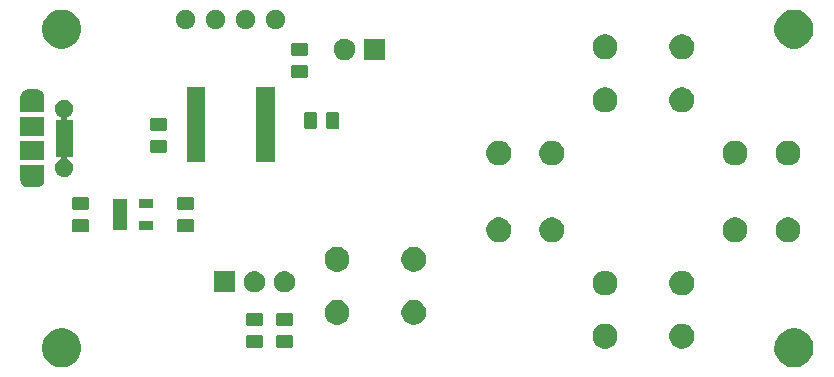
<source format=gbr>
G04 #@! TF.GenerationSoftware,KiCad,Pcbnew,(5.1.5)-3*
G04 #@! TF.CreationDate,2020-01-16T23:09:46-05:00*
G04 #@! TF.ProjectId,V-Naught_Display,562d4e61-7567-4687-945f-446973706c61,rev?*
G04 #@! TF.SameCoordinates,Original*
G04 #@! TF.FileFunction,Soldermask,Bot*
G04 #@! TF.FilePolarity,Negative*
%FSLAX46Y46*%
G04 Gerber Fmt 4.6, Leading zero omitted, Abs format (unit mm)*
G04 Created by KiCad (PCBNEW (5.1.5)-3) date 2020-01-16 23:09:46*
%MOMM*%
%LPD*%
G04 APERTURE LIST*
%ADD10C,0.100000*%
G04 APERTURE END LIST*
D10*
G36*
X161545256Y-79041298D02*
G01*
X161651579Y-79062447D01*
X161952042Y-79186903D01*
X162222451Y-79367585D01*
X162452415Y-79597549D01*
X162556629Y-79753516D01*
X162633098Y-79867960D01*
X162757553Y-80168422D01*
X162817933Y-80471968D01*
X162821000Y-80487391D01*
X162821000Y-80812609D01*
X162757553Y-81131579D01*
X162633097Y-81432042D01*
X162452415Y-81702451D01*
X162222451Y-81932415D01*
X161952042Y-82113097D01*
X161651579Y-82237553D01*
X161545256Y-82258702D01*
X161332611Y-82301000D01*
X161007389Y-82301000D01*
X160794744Y-82258702D01*
X160688421Y-82237553D01*
X160387958Y-82113097D01*
X160117549Y-81932415D01*
X159887585Y-81702451D01*
X159706903Y-81432042D01*
X159582447Y-81131579D01*
X159519000Y-80812609D01*
X159519000Y-80487391D01*
X159522068Y-80471968D01*
X159582447Y-80168422D01*
X159706902Y-79867960D01*
X159783371Y-79753516D01*
X159887585Y-79597549D01*
X160117549Y-79367585D01*
X160387958Y-79186903D01*
X160688421Y-79062447D01*
X160794744Y-79041298D01*
X161007389Y-78999000D01*
X161332611Y-78999000D01*
X161545256Y-79041298D01*
G37*
G36*
X99545256Y-79041298D02*
G01*
X99651579Y-79062447D01*
X99952042Y-79186903D01*
X100222451Y-79367585D01*
X100452415Y-79597549D01*
X100556629Y-79753516D01*
X100633098Y-79867960D01*
X100757553Y-80168422D01*
X100817933Y-80471968D01*
X100821000Y-80487391D01*
X100821000Y-80812609D01*
X100757553Y-81131579D01*
X100633097Y-81432042D01*
X100452415Y-81702451D01*
X100222451Y-81932415D01*
X99952042Y-82113097D01*
X99651579Y-82237553D01*
X99545256Y-82258702D01*
X99332611Y-82301000D01*
X99007389Y-82301000D01*
X98794744Y-82258702D01*
X98688421Y-82237553D01*
X98387958Y-82113097D01*
X98117549Y-81932415D01*
X97887585Y-81702451D01*
X97706903Y-81432042D01*
X97582447Y-81131579D01*
X97519000Y-80812609D01*
X97519000Y-80487391D01*
X97522068Y-80471968D01*
X97582447Y-80168422D01*
X97706902Y-79867960D01*
X97783371Y-79753516D01*
X97887585Y-79597549D01*
X98117549Y-79367585D01*
X98387958Y-79186903D01*
X98688421Y-79062447D01*
X98794744Y-79041298D01*
X99007389Y-78999000D01*
X99332611Y-78999000D01*
X99545256Y-79041298D01*
G37*
G36*
X145476564Y-78639389D02*
G01*
X145666645Y-78718123D01*
X145667835Y-78718616D01*
X145839973Y-78833635D01*
X145986365Y-78980027D01*
X146101385Y-79152167D01*
X146180611Y-79343436D01*
X146221000Y-79546484D01*
X146221000Y-79753516D01*
X146180611Y-79956564D01*
X146101385Y-80147833D01*
X146101384Y-80147835D01*
X145986365Y-80319973D01*
X145839973Y-80466365D01*
X145667835Y-80581384D01*
X145667834Y-80581385D01*
X145667833Y-80581385D01*
X145476564Y-80660611D01*
X145273516Y-80701000D01*
X145066484Y-80701000D01*
X144863436Y-80660611D01*
X144672167Y-80581385D01*
X144672166Y-80581385D01*
X144672165Y-80581384D01*
X144500027Y-80466365D01*
X144353635Y-80319973D01*
X144238616Y-80147835D01*
X144238615Y-80147833D01*
X144159389Y-79956564D01*
X144119000Y-79753516D01*
X144119000Y-79546484D01*
X144159389Y-79343436D01*
X144238615Y-79152167D01*
X144353635Y-78980027D01*
X144500027Y-78833635D01*
X144672165Y-78718616D01*
X144673355Y-78718123D01*
X144863436Y-78639389D01*
X145066484Y-78599000D01*
X145273516Y-78599000D01*
X145476564Y-78639389D01*
G37*
G36*
X151976564Y-78639389D02*
G01*
X152166645Y-78718123D01*
X152167835Y-78718616D01*
X152339973Y-78833635D01*
X152486365Y-78980027D01*
X152601385Y-79152167D01*
X152680611Y-79343436D01*
X152721000Y-79546484D01*
X152721000Y-79753516D01*
X152680611Y-79956564D01*
X152601385Y-80147833D01*
X152601384Y-80147835D01*
X152486365Y-80319973D01*
X152339973Y-80466365D01*
X152167835Y-80581384D01*
X152167834Y-80581385D01*
X152167833Y-80581385D01*
X151976564Y-80660611D01*
X151773516Y-80701000D01*
X151566484Y-80701000D01*
X151363436Y-80660611D01*
X151172167Y-80581385D01*
X151172166Y-80581385D01*
X151172165Y-80581384D01*
X151000027Y-80466365D01*
X150853635Y-80319973D01*
X150738616Y-80147835D01*
X150738615Y-80147833D01*
X150659389Y-79956564D01*
X150619000Y-79753516D01*
X150619000Y-79546484D01*
X150659389Y-79343436D01*
X150738615Y-79152167D01*
X150853635Y-78980027D01*
X151000027Y-78833635D01*
X151172165Y-78718616D01*
X151173355Y-78718123D01*
X151363436Y-78639389D01*
X151566484Y-78599000D01*
X151773516Y-78599000D01*
X151976564Y-78639389D01*
G37*
G36*
X116074468Y-79566065D02*
G01*
X116113138Y-79577796D01*
X116148777Y-79596846D01*
X116180017Y-79622483D01*
X116205654Y-79653723D01*
X116224704Y-79689362D01*
X116236435Y-79728032D01*
X116241000Y-79774388D01*
X116241000Y-80425612D01*
X116236435Y-80471968D01*
X116224704Y-80510638D01*
X116205654Y-80546277D01*
X116180017Y-80577517D01*
X116148777Y-80603154D01*
X116113138Y-80622204D01*
X116074468Y-80633935D01*
X116028112Y-80638500D01*
X114951888Y-80638500D01*
X114905532Y-80633935D01*
X114866862Y-80622204D01*
X114831223Y-80603154D01*
X114799983Y-80577517D01*
X114774346Y-80546277D01*
X114755296Y-80510638D01*
X114743565Y-80471968D01*
X114739000Y-80425612D01*
X114739000Y-79774388D01*
X114743565Y-79728032D01*
X114755296Y-79689362D01*
X114774346Y-79653723D01*
X114799983Y-79622483D01*
X114831223Y-79596846D01*
X114866862Y-79577796D01*
X114905532Y-79566065D01*
X114951888Y-79561500D01*
X116028112Y-79561500D01*
X116074468Y-79566065D01*
G37*
G36*
X118614468Y-79566065D02*
G01*
X118653138Y-79577796D01*
X118688777Y-79596846D01*
X118720017Y-79622483D01*
X118745654Y-79653723D01*
X118764704Y-79689362D01*
X118776435Y-79728032D01*
X118781000Y-79774388D01*
X118781000Y-80425612D01*
X118776435Y-80471968D01*
X118764704Y-80510638D01*
X118745654Y-80546277D01*
X118720017Y-80577517D01*
X118688777Y-80603154D01*
X118653138Y-80622204D01*
X118614468Y-80633935D01*
X118568112Y-80638500D01*
X117491888Y-80638500D01*
X117445532Y-80633935D01*
X117406862Y-80622204D01*
X117371223Y-80603154D01*
X117339983Y-80577517D01*
X117314346Y-80546277D01*
X117295296Y-80510638D01*
X117283565Y-80471968D01*
X117279000Y-80425612D01*
X117279000Y-79774388D01*
X117283565Y-79728032D01*
X117295296Y-79689362D01*
X117314346Y-79653723D01*
X117339983Y-79622483D01*
X117371223Y-79596846D01*
X117406862Y-79577796D01*
X117445532Y-79566065D01*
X117491888Y-79561500D01*
X118568112Y-79561500D01*
X118614468Y-79566065D01*
G37*
G36*
X116074468Y-77691065D02*
G01*
X116113138Y-77702796D01*
X116148777Y-77721846D01*
X116180017Y-77747483D01*
X116205654Y-77778723D01*
X116224704Y-77814362D01*
X116236435Y-77853032D01*
X116241000Y-77899388D01*
X116241000Y-78550612D01*
X116236435Y-78596968D01*
X116224704Y-78635638D01*
X116205654Y-78671277D01*
X116180017Y-78702517D01*
X116148777Y-78728154D01*
X116113138Y-78747204D01*
X116074468Y-78758935D01*
X116028112Y-78763500D01*
X114951888Y-78763500D01*
X114905532Y-78758935D01*
X114866862Y-78747204D01*
X114831223Y-78728154D01*
X114799983Y-78702517D01*
X114774346Y-78671277D01*
X114755296Y-78635638D01*
X114743565Y-78596968D01*
X114739000Y-78550612D01*
X114739000Y-77899388D01*
X114743565Y-77853032D01*
X114755296Y-77814362D01*
X114774346Y-77778723D01*
X114799983Y-77747483D01*
X114831223Y-77721846D01*
X114866862Y-77702796D01*
X114905532Y-77691065D01*
X114951888Y-77686500D01*
X116028112Y-77686500D01*
X116074468Y-77691065D01*
G37*
G36*
X118614468Y-77691065D02*
G01*
X118653138Y-77702796D01*
X118688777Y-77721846D01*
X118720017Y-77747483D01*
X118745654Y-77778723D01*
X118764704Y-77814362D01*
X118776435Y-77853032D01*
X118781000Y-77899388D01*
X118781000Y-78550612D01*
X118776435Y-78596968D01*
X118764704Y-78635638D01*
X118745654Y-78671277D01*
X118720017Y-78702517D01*
X118688777Y-78728154D01*
X118653138Y-78747204D01*
X118614468Y-78758935D01*
X118568112Y-78763500D01*
X117491888Y-78763500D01*
X117445532Y-78758935D01*
X117406862Y-78747204D01*
X117371223Y-78728154D01*
X117339983Y-78702517D01*
X117314346Y-78671277D01*
X117295296Y-78635638D01*
X117283565Y-78596968D01*
X117279000Y-78550612D01*
X117279000Y-77899388D01*
X117283565Y-77853032D01*
X117295296Y-77814362D01*
X117314346Y-77778723D01*
X117339983Y-77747483D01*
X117371223Y-77721846D01*
X117406862Y-77702796D01*
X117445532Y-77691065D01*
X117491888Y-77686500D01*
X118568112Y-77686500D01*
X118614468Y-77691065D01*
G37*
G36*
X122781564Y-76634389D02*
G01*
X122972833Y-76713615D01*
X122972835Y-76713616D01*
X123144973Y-76828635D01*
X123291365Y-76975027D01*
X123406385Y-77147167D01*
X123485611Y-77338436D01*
X123526000Y-77541484D01*
X123526000Y-77748516D01*
X123485611Y-77951564D01*
X123483877Y-77955750D01*
X123406384Y-78142835D01*
X123291365Y-78314973D01*
X123144973Y-78461365D01*
X122972835Y-78576384D01*
X122972834Y-78576385D01*
X122972833Y-78576385D01*
X122781564Y-78655611D01*
X122578516Y-78696000D01*
X122371484Y-78696000D01*
X122168436Y-78655611D01*
X121977167Y-78576385D01*
X121977166Y-78576385D01*
X121977165Y-78576384D01*
X121805027Y-78461365D01*
X121658635Y-78314973D01*
X121543616Y-78142835D01*
X121466123Y-77955750D01*
X121464389Y-77951564D01*
X121424000Y-77748516D01*
X121424000Y-77541484D01*
X121464389Y-77338436D01*
X121543615Y-77147167D01*
X121658635Y-76975027D01*
X121805027Y-76828635D01*
X121977165Y-76713616D01*
X121977167Y-76713615D01*
X122168436Y-76634389D01*
X122371484Y-76594000D01*
X122578516Y-76594000D01*
X122781564Y-76634389D01*
G37*
G36*
X129281564Y-76634389D02*
G01*
X129472833Y-76713615D01*
X129472835Y-76713616D01*
X129644973Y-76828635D01*
X129791365Y-76975027D01*
X129906385Y-77147167D01*
X129985611Y-77338436D01*
X130026000Y-77541484D01*
X130026000Y-77748516D01*
X129985611Y-77951564D01*
X129983877Y-77955750D01*
X129906384Y-78142835D01*
X129791365Y-78314973D01*
X129644973Y-78461365D01*
X129472835Y-78576384D01*
X129472834Y-78576385D01*
X129472833Y-78576385D01*
X129281564Y-78655611D01*
X129078516Y-78696000D01*
X128871484Y-78696000D01*
X128668436Y-78655611D01*
X128477167Y-78576385D01*
X128477166Y-78576385D01*
X128477165Y-78576384D01*
X128305027Y-78461365D01*
X128158635Y-78314973D01*
X128043616Y-78142835D01*
X127966123Y-77955750D01*
X127964389Y-77951564D01*
X127924000Y-77748516D01*
X127924000Y-77541484D01*
X127964389Y-77338436D01*
X128043615Y-77147167D01*
X128158635Y-76975027D01*
X128305027Y-76828635D01*
X128477165Y-76713616D01*
X128477167Y-76713615D01*
X128668436Y-76634389D01*
X128871484Y-76594000D01*
X129078516Y-76594000D01*
X129281564Y-76634389D01*
G37*
G36*
X151976564Y-74139389D02*
G01*
X152083359Y-74183625D01*
X152167835Y-74218616D01*
X152217115Y-74251544D01*
X152339973Y-74333635D01*
X152486365Y-74480027D01*
X152601385Y-74652167D01*
X152680611Y-74843436D01*
X152721000Y-75046484D01*
X152721000Y-75253516D01*
X152680611Y-75456564D01*
X152611110Y-75624354D01*
X152601384Y-75647835D01*
X152486365Y-75819973D01*
X152339973Y-75966365D01*
X152167835Y-76081384D01*
X152167834Y-76081385D01*
X152167833Y-76081385D01*
X151976564Y-76160611D01*
X151773516Y-76201000D01*
X151566484Y-76201000D01*
X151363436Y-76160611D01*
X151172167Y-76081385D01*
X151172166Y-76081385D01*
X151172165Y-76081384D01*
X151000027Y-75966365D01*
X150853635Y-75819973D01*
X150738616Y-75647835D01*
X150728890Y-75624354D01*
X150659389Y-75456564D01*
X150619000Y-75253516D01*
X150619000Y-75046484D01*
X150659389Y-74843436D01*
X150738615Y-74652167D01*
X150853635Y-74480027D01*
X151000027Y-74333635D01*
X151122885Y-74251544D01*
X151172165Y-74218616D01*
X151256641Y-74183625D01*
X151363436Y-74139389D01*
X151566484Y-74099000D01*
X151773516Y-74099000D01*
X151976564Y-74139389D01*
G37*
G36*
X145476564Y-74139389D02*
G01*
X145583359Y-74183625D01*
X145667835Y-74218616D01*
X145717115Y-74251544D01*
X145839973Y-74333635D01*
X145986365Y-74480027D01*
X146101385Y-74652167D01*
X146180611Y-74843436D01*
X146221000Y-75046484D01*
X146221000Y-75253516D01*
X146180611Y-75456564D01*
X146111110Y-75624354D01*
X146101384Y-75647835D01*
X145986365Y-75819973D01*
X145839973Y-75966365D01*
X145667835Y-76081384D01*
X145667834Y-76081385D01*
X145667833Y-76081385D01*
X145476564Y-76160611D01*
X145273516Y-76201000D01*
X145066484Y-76201000D01*
X144863436Y-76160611D01*
X144672167Y-76081385D01*
X144672166Y-76081385D01*
X144672165Y-76081384D01*
X144500027Y-75966365D01*
X144353635Y-75819973D01*
X144238616Y-75647835D01*
X144228890Y-75624354D01*
X144159389Y-75456564D01*
X144119000Y-75253516D01*
X144119000Y-75046484D01*
X144159389Y-74843436D01*
X144238615Y-74652167D01*
X144353635Y-74480027D01*
X144500027Y-74333635D01*
X144622885Y-74251544D01*
X144672165Y-74218616D01*
X144756641Y-74183625D01*
X144863436Y-74139389D01*
X145066484Y-74099000D01*
X145273516Y-74099000D01*
X145476564Y-74139389D01*
G37*
G36*
X115603512Y-74153927D02*
G01*
X115752812Y-74183624D01*
X115916784Y-74251544D01*
X116064354Y-74350147D01*
X116189853Y-74475646D01*
X116288456Y-74623216D01*
X116356376Y-74787188D01*
X116391000Y-74961259D01*
X116391000Y-75138741D01*
X116356376Y-75312812D01*
X116288456Y-75476784D01*
X116189853Y-75624354D01*
X116064354Y-75749853D01*
X115916784Y-75848456D01*
X115752812Y-75916376D01*
X115603512Y-75946073D01*
X115578742Y-75951000D01*
X115401258Y-75951000D01*
X115376488Y-75946073D01*
X115227188Y-75916376D01*
X115063216Y-75848456D01*
X114915646Y-75749853D01*
X114790147Y-75624354D01*
X114691544Y-75476784D01*
X114623624Y-75312812D01*
X114589000Y-75138741D01*
X114589000Y-74961259D01*
X114623624Y-74787188D01*
X114691544Y-74623216D01*
X114790147Y-74475646D01*
X114915646Y-74350147D01*
X115063216Y-74251544D01*
X115227188Y-74183624D01*
X115376488Y-74153927D01*
X115401258Y-74149000D01*
X115578742Y-74149000D01*
X115603512Y-74153927D01*
G37*
G36*
X113851000Y-75951000D02*
G01*
X112049000Y-75951000D01*
X112049000Y-74149000D01*
X113851000Y-74149000D01*
X113851000Y-75951000D01*
G37*
G36*
X118143512Y-74153927D02*
G01*
X118292812Y-74183624D01*
X118456784Y-74251544D01*
X118604354Y-74350147D01*
X118729853Y-74475646D01*
X118828456Y-74623216D01*
X118896376Y-74787188D01*
X118931000Y-74961259D01*
X118931000Y-75138741D01*
X118896376Y-75312812D01*
X118828456Y-75476784D01*
X118729853Y-75624354D01*
X118604354Y-75749853D01*
X118456784Y-75848456D01*
X118292812Y-75916376D01*
X118143512Y-75946073D01*
X118118742Y-75951000D01*
X117941258Y-75951000D01*
X117916488Y-75946073D01*
X117767188Y-75916376D01*
X117603216Y-75848456D01*
X117455646Y-75749853D01*
X117330147Y-75624354D01*
X117231544Y-75476784D01*
X117163624Y-75312812D01*
X117129000Y-75138741D01*
X117129000Y-74961259D01*
X117163624Y-74787188D01*
X117231544Y-74623216D01*
X117330147Y-74475646D01*
X117455646Y-74350147D01*
X117603216Y-74251544D01*
X117767188Y-74183624D01*
X117916488Y-74153927D01*
X117941258Y-74149000D01*
X118118742Y-74149000D01*
X118143512Y-74153927D01*
G37*
G36*
X129281564Y-72134389D02*
G01*
X129472833Y-72213615D01*
X129472835Y-72213616D01*
X129644973Y-72328635D01*
X129791365Y-72475027D01*
X129906385Y-72647167D01*
X129985611Y-72838436D01*
X130026000Y-73041484D01*
X130026000Y-73248516D01*
X129985611Y-73451564D01*
X129906385Y-73642833D01*
X129906384Y-73642835D01*
X129791365Y-73814973D01*
X129644973Y-73961365D01*
X129472835Y-74076384D01*
X129472834Y-74076385D01*
X129472833Y-74076385D01*
X129281564Y-74155611D01*
X129078516Y-74196000D01*
X128871484Y-74196000D01*
X128668436Y-74155611D01*
X128477167Y-74076385D01*
X128477166Y-74076385D01*
X128477165Y-74076384D01*
X128305027Y-73961365D01*
X128158635Y-73814973D01*
X128043616Y-73642835D01*
X128043615Y-73642833D01*
X127964389Y-73451564D01*
X127924000Y-73248516D01*
X127924000Y-73041484D01*
X127964389Y-72838436D01*
X128043615Y-72647167D01*
X128158635Y-72475027D01*
X128305027Y-72328635D01*
X128477165Y-72213616D01*
X128477167Y-72213615D01*
X128668436Y-72134389D01*
X128871484Y-72094000D01*
X129078516Y-72094000D01*
X129281564Y-72134389D01*
G37*
G36*
X122781564Y-72134389D02*
G01*
X122972833Y-72213615D01*
X122972835Y-72213616D01*
X123144973Y-72328635D01*
X123291365Y-72475027D01*
X123406385Y-72647167D01*
X123485611Y-72838436D01*
X123526000Y-73041484D01*
X123526000Y-73248516D01*
X123485611Y-73451564D01*
X123406385Y-73642833D01*
X123406384Y-73642835D01*
X123291365Y-73814973D01*
X123144973Y-73961365D01*
X122972835Y-74076384D01*
X122972834Y-74076385D01*
X122972833Y-74076385D01*
X122781564Y-74155611D01*
X122578516Y-74196000D01*
X122371484Y-74196000D01*
X122168436Y-74155611D01*
X121977167Y-74076385D01*
X121977166Y-74076385D01*
X121977165Y-74076384D01*
X121805027Y-73961365D01*
X121658635Y-73814973D01*
X121543616Y-73642835D01*
X121543615Y-73642833D01*
X121464389Y-73451564D01*
X121424000Y-73248516D01*
X121424000Y-73041484D01*
X121464389Y-72838436D01*
X121543615Y-72647167D01*
X121658635Y-72475027D01*
X121805027Y-72328635D01*
X121977165Y-72213616D01*
X121977167Y-72213615D01*
X122168436Y-72134389D01*
X122371484Y-72094000D01*
X122578516Y-72094000D01*
X122781564Y-72134389D01*
G37*
G36*
X140976564Y-69639389D02*
G01*
X141167833Y-69718615D01*
X141167835Y-69718616D01*
X141258947Y-69779495D01*
X141339973Y-69833635D01*
X141486365Y-69980027D01*
X141601385Y-70152167D01*
X141680611Y-70343436D01*
X141721000Y-70546484D01*
X141721000Y-70753516D01*
X141680611Y-70956564D01*
X141601385Y-71147833D01*
X141601384Y-71147835D01*
X141486365Y-71319973D01*
X141339973Y-71466365D01*
X141167835Y-71581384D01*
X141167834Y-71581385D01*
X141167833Y-71581385D01*
X140976564Y-71660611D01*
X140773516Y-71701000D01*
X140566484Y-71701000D01*
X140363436Y-71660611D01*
X140172167Y-71581385D01*
X140172166Y-71581385D01*
X140172165Y-71581384D01*
X140000027Y-71466365D01*
X139853635Y-71319973D01*
X139738616Y-71147835D01*
X139738615Y-71147833D01*
X139659389Y-70956564D01*
X139619000Y-70753516D01*
X139619000Y-70546484D01*
X139659389Y-70343436D01*
X139738615Y-70152167D01*
X139853635Y-69980027D01*
X140000027Y-69833635D01*
X140081053Y-69779495D01*
X140172165Y-69718616D01*
X140172167Y-69718615D01*
X140363436Y-69639389D01*
X140566484Y-69599000D01*
X140773516Y-69599000D01*
X140976564Y-69639389D01*
G37*
G36*
X156476564Y-69639389D02*
G01*
X156667833Y-69718615D01*
X156667835Y-69718616D01*
X156758947Y-69779495D01*
X156839973Y-69833635D01*
X156986365Y-69980027D01*
X157101385Y-70152167D01*
X157180611Y-70343436D01*
X157221000Y-70546484D01*
X157221000Y-70753516D01*
X157180611Y-70956564D01*
X157101385Y-71147833D01*
X157101384Y-71147835D01*
X156986365Y-71319973D01*
X156839973Y-71466365D01*
X156667835Y-71581384D01*
X156667834Y-71581385D01*
X156667833Y-71581385D01*
X156476564Y-71660611D01*
X156273516Y-71701000D01*
X156066484Y-71701000D01*
X155863436Y-71660611D01*
X155672167Y-71581385D01*
X155672166Y-71581385D01*
X155672165Y-71581384D01*
X155500027Y-71466365D01*
X155353635Y-71319973D01*
X155238616Y-71147835D01*
X155238615Y-71147833D01*
X155159389Y-70956564D01*
X155119000Y-70753516D01*
X155119000Y-70546484D01*
X155159389Y-70343436D01*
X155238615Y-70152167D01*
X155353635Y-69980027D01*
X155500027Y-69833635D01*
X155581053Y-69779495D01*
X155672165Y-69718616D01*
X155672167Y-69718615D01*
X155863436Y-69639389D01*
X156066484Y-69599000D01*
X156273516Y-69599000D01*
X156476564Y-69639389D01*
G37*
G36*
X160976564Y-69639389D02*
G01*
X161167833Y-69718615D01*
X161167835Y-69718616D01*
X161258947Y-69779495D01*
X161339973Y-69833635D01*
X161486365Y-69980027D01*
X161601385Y-70152167D01*
X161680611Y-70343436D01*
X161721000Y-70546484D01*
X161721000Y-70753516D01*
X161680611Y-70956564D01*
X161601385Y-71147833D01*
X161601384Y-71147835D01*
X161486365Y-71319973D01*
X161339973Y-71466365D01*
X161167835Y-71581384D01*
X161167834Y-71581385D01*
X161167833Y-71581385D01*
X160976564Y-71660611D01*
X160773516Y-71701000D01*
X160566484Y-71701000D01*
X160363436Y-71660611D01*
X160172167Y-71581385D01*
X160172166Y-71581385D01*
X160172165Y-71581384D01*
X160000027Y-71466365D01*
X159853635Y-71319973D01*
X159738616Y-71147835D01*
X159738615Y-71147833D01*
X159659389Y-70956564D01*
X159619000Y-70753516D01*
X159619000Y-70546484D01*
X159659389Y-70343436D01*
X159738615Y-70152167D01*
X159853635Y-69980027D01*
X160000027Y-69833635D01*
X160081053Y-69779495D01*
X160172165Y-69718616D01*
X160172167Y-69718615D01*
X160363436Y-69639389D01*
X160566484Y-69599000D01*
X160773516Y-69599000D01*
X160976564Y-69639389D01*
G37*
G36*
X136476564Y-69639389D02*
G01*
X136667833Y-69718615D01*
X136667835Y-69718616D01*
X136758947Y-69779495D01*
X136839973Y-69833635D01*
X136986365Y-69980027D01*
X137101385Y-70152167D01*
X137180611Y-70343436D01*
X137221000Y-70546484D01*
X137221000Y-70753516D01*
X137180611Y-70956564D01*
X137101385Y-71147833D01*
X137101384Y-71147835D01*
X136986365Y-71319973D01*
X136839973Y-71466365D01*
X136667835Y-71581384D01*
X136667834Y-71581385D01*
X136667833Y-71581385D01*
X136476564Y-71660611D01*
X136273516Y-71701000D01*
X136066484Y-71701000D01*
X135863436Y-71660611D01*
X135672167Y-71581385D01*
X135672166Y-71581385D01*
X135672165Y-71581384D01*
X135500027Y-71466365D01*
X135353635Y-71319973D01*
X135238616Y-71147835D01*
X135238615Y-71147833D01*
X135159389Y-70956564D01*
X135119000Y-70753516D01*
X135119000Y-70546484D01*
X135159389Y-70343436D01*
X135238615Y-70152167D01*
X135353635Y-69980027D01*
X135500027Y-69833635D01*
X135581053Y-69779495D01*
X135672165Y-69718616D01*
X135672167Y-69718615D01*
X135863436Y-69639389D01*
X136066484Y-69599000D01*
X136273516Y-69599000D01*
X136476564Y-69639389D01*
G37*
G36*
X110244468Y-69763565D02*
G01*
X110283138Y-69775296D01*
X110318777Y-69794346D01*
X110350017Y-69819983D01*
X110375654Y-69851223D01*
X110394704Y-69886862D01*
X110406435Y-69925532D01*
X110411000Y-69971888D01*
X110411000Y-70623112D01*
X110406435Y-70669468D01*
X110394704Y-70708138D01*
X110375654Y-70743777D01*
X110350017Y-70775017D01*
X110318777Y-70800654D01*
X110283138Y-70819704D01*
X110244468Y-70831435D01*
X110198112Y-70836000D01*
X109121888Y-70836000D01*
X109075532Y-70831435D01*
X109036862Y-70819704D01*
X109001223Y-70800654D01*
X108969983Y-70775017D01*
X108944346Y-70743777D01*
X108925296Y-70708138D01*
X108913565Y-70669468D01*
X108909000Y-70623112D01*
X108909000Y-69971888D01*
X108913565Y-69925532D01*
X108925296Y-69886862D01*
X108944346Y-69851223D01*
X108969983Y-69819983D01*
X109001223Y-69794346D01*
X109036862Y-69775296D01*
X109075532Y-69763565D01*
X109121888Y-69759000D01*
X110198112Y-69759000D01*
X110244468Y-69763565D01*
G37*
G36*
X101354468Y-69763565D02*
G01*
X101393138Y-69775296D01*
X101428777Y-69794346D01*
X101460017Y-69819983D01*
X101485654Y-69851223D01*
X101504704Y-69886862D01*
X101516435Y-69925532D01*
X101521000Y-69971888D01*
X101521000Y-70623112D01*
X101516435Y-70669468D01*
X101504704Y-70708138D01*
X101485654Y-70743777D01*
X101460017Y-70775017D01*
X101428777Y-70800654D01*
X101393138Y-70819704D01*
X101354468Y-70831435D01*
X101308112Y-70836000D01*
X100231888Y-70836000D01*
X100185532Y-70831435D01*
X100146862Y-70819704D01*
X100111223Y-70800654D01*
X100079983Y-70775017D01*
X100054346Y-70743777D01*
X100035296Y-70708138D01*
X100023565Y-70669468D01*
X100019000Y-70623112D01*
X100019000Y-69971888D01*
X100023565Y-69925532D01*
X100035296Y-69886862D01*
X100054346Y-69851223D01*
X100079983Y-69819983D01*
X100111223Y-69794346D01*
X100146862Y-69775296D01*
X100185532Y-69763565D01*
X100231888Y-69759000D01*
X101308112Y-69759000D01*
X101354468Y-69763565D01*
G37*
G36*
X106896000Y-70686000D02*
G01*
X105734000Y-70686000D01*
X105734000Y-69934000D01*
X106896000Y-69934000D01*
X106896000Y-70686000D01*
G37*
G36*
X104696000Y-70686000D02*
G01*
X103534000Y-70686000D01*
X103534000Y-68034000D01*
X104696000Y-68034000D01*
X104696000Y-70686000D01*
G37*
G36*
X110244468Y-67888565D02*
G01*
X110283138Y-67900296D01*
X110318777Y-67919346D01*
X110350017Y-67944983D01*
X110375654Y-67976223D01*
X110394704Y-68011862D01*
X110406435Y-68050532D01*
X110411000Y-68096888D01*
X110411000Y-68748112D01*
X110406435Y-68794468D01*
X110394704Y-68833138D01*
X110375654Y-68868777D01*
X110350017Y-68900017D01*
X110318777Y-68925654D01*
X110283138Y-68944704D01*
X110244468Y-68956435D01*
X110198112Y-68961000D01*
X109121888Y-68961000D01*
X109075532Y-68956435D01*
X109036862Y-68944704D01*
X109001223Y-68925654D01*
X108969983Y-68900017D01*
X108944346Y-68868777D01*
X108925296Y-68833138D01*
X108913565Y-68794468D01*
X108909000Y-68748112D01*
X108909000Y-68096888D01*
X108913565Y-68050532D01*
X108925296Y-68011862D01*
X108944346Y-67976223D01*
X108969983Y-67944983D01*
X109001223Y-67919346D01*
X109036862Y-67900296D01*
X109075532Y-67888565D01*
X109121888Y-67884000D01*
X110198112Y-67884000D01*
X110244468Y-67888565D01*
G37*
G36*
X101354468Y-67888565D02*
G01*
X101393138Y-67900296D01*
X101428777Y-67919346D01*
X101460017Y-67944983D01*
X101485654Y-67976223D01*
X101504704Y-68011862D01*
X101516435Y-68050532D01*
X101521000Y-68096888D01*
X101521000Y-68748112D01*
X101516435Y-68794468D01*
X101504704Y-68833138D01*
X101485654Y-68868777D01*
X101460017Y-68900017D01*
X101428777Y-68925654D01*
X101393138Y-68944704D01*
X101354468Y-68956435D01*
X101308112Y-68961000D01*
X100231888Y-68961000D01*
X100185532Y-68956435D01*
X100146862Y-68944704D01*
X100111223Y-68925654D01*
X100079983Y-68900017D01*
X100054346Y-68868777D01*
X100035296Y-68833138D01*
X100023565Y-68794468D01*
X100019000Y-68748112D01*
X100019000Y-68096888D01*
X100023565Y-68050532D01*
X100035296Y-68011862D01*
X100054346Y-67976223D01*
X100079983Y-67944983D01*
X100111223Y-67919346D01*
X100146862Y-67900296D01*
X100185532Y-67888565D01*
X100231888Y-67884000D01*
X101308112Y-67884000D01*
X101354468Y-67888565D01*
G37*
G36*
X106896000Y-68786000D02*
G01*
X105734000Y-68786000D01*
X105734000Y-68034000D01*
X106896000Y-68034000D01*
X106896000Y-68786000D01*
G37*
G36*
X97683500Y-66361886D02*
G01*
X97684102Y-66374138D01*
X97686649Y-66400000D01*
X97684102Y-66425862D01*
X97683500Y-66438114D01*
X97683500Y-66511406D01*
X97674543Y-66528164D01*
X97670415Y-66539701D01*
X97644632Y-66624693D01*
X97636854Y-66650336D01*
X97576406Y-66763425D01*
X97495054Y-66862554D01*
X97395925Y-66943906D01*
X97282836Y-67004354D01*
X97250904Y-67014040D01*
X97160118Y-67041580D01*
X97096355Y-67047860D01*
X97064474Y-67051000D01*
X96300526Y-67051000D01*
X96268645Y-67047860D01*
X96204882Y-67041580D01*
X96114096Y-67014040D01*
X96082164Y-67004354D01*
X95969075Y-66943906D01*
X95869946Y-66862554D01*
X95788594Y-66763425D01*
X95728146Y-66650336D01*
X95720368Y-66624693D01*
X95694587Y-66539708D01*
X95685213Y-66517075D01*
X95681500Y-66511518D01*
X95681500Y-66438114D01*
X95680898Y-66425862D01*
X95678351Y-66400000D01*
X95680898Y-66374138D01*
X95681500Y-66361886D01*
X95681500Y-65149000D01*
X97683500Y-65149000D01*
X97683500Y-66361886D01*
G37*
G36*
X99608848Y-59653820D02*
G01*
X99608850Y-59653821D01*
X99608851Y-59653821D01*
X99750074Y-59712317D01*
X99750077Y-59712319D01*
X99877169Y-59797239D01*
X99985261Y-59905331D01*
X100070181Y-60032423D01*
X100070183Y-60032426D01*
X100128679Y-60173649D01*
X100128680Y-60173652D01*
X100158500Y-60323569D01*
X100158500Y-60476431D01*
X100137624Y-60581385D01*
X100128679Y-60626351D01*
X100070183Y-60767574D01*
X100070181Y-60767577D01*
X99985261Y-60894669D01*
X99877169Y-61002761D01*
X99819940Y-61041000D01*
X99750074Y-61087683D01*
X99699772Y-61108519D01*
X99678164Y-61120068D01*
X99659222Y-61135614D01*
X99643677Y-61154556D01*
X99632126Y-61176166D01*
X99625013Y-61199615D01*
X99622611Y-61224001D01*
X99625013Y-61248387D01*
X99632126Y-61271836D01*
X99643677Y-61293447D01*
X99659223Y-61312389D01*
X99678165Y-61327934D01*
X99699775Y-61339485D01*
X99723224Y-61346598D01*
X99747610Y-61349000D01*
X100108500Y-61349000D01*
X100108500Y-64451000D01*
X99747610Y-64451000D01*
X99723224Y-64453402D01*
X99699775Y-64460515D01*
X99678164Y-64472066D01*
X99659222Y-64487611D01*
X99643677Y-64506553D01*
X99632126Y-64528164D01*
X99625013Y-64551613D01*
X99622611Y-64575999D01*
X99625013Y-64600385D01*
X99632126Y-64623834D01*
X99643677Y-64645445D01*
X99659222Y-64664387D01*
X99678164Y-64679932D01*
X99699772Y-64691481D01*
X99750074Y-64712317D01*
X99750075Y-64712318D01*
X99877169Y-64797239D01*
X99985261Y-64905331D01*
X100070181Y-65032423D01*
X100070183Y-65032426D01*
X100128679Y-65173649D01*
X100128680Y-65173652D01*
X100158500Y-65323569D01*
X100158500Y-65476429D01*
X100128679Y-65626351D01*
X100070183Y-65767574D01*
X100070181Y-65767577D01*
X99985261Y-65894669D01*
X99877169Y-66002761D01*
X99826564Y-66036574D01*
X99750074Y-66087683D01*
X99608851Y-66146179D01*
X99608850Y-66146179D01*
X99608848Y-66146180D01*
X99458931Y-66176000D01*
X99306069Y-66176000D01*
X99156152Y-66146180D01*
X99156150Y-66146179D01*
X99156149Y-66146179D01*
X99014926Y-66087683D01*
X98938436Y-66036574D01*
X98887831Y-66002761D01*
X98779739Y-65894669D01*
X98694819Y-65767577D01*
X98694817Y-65767574D01*
X98636321Y-65626351D01*
X98606500Y-65476429D01*
X98606500Y-65323569D01*
X98636320Y-65173652D01*
X98636321Y-65173649D01*
X98694817Y-65032426D01*
X98694819Y-65032423D01*
X98779739Y-64905331D01*
X98887831Y-64797239D01*
X99014925Y-64712318D01*
X99014926Y-64712317D01*
X99065228Y-64691481D01*
X99086836Y-64679932D01*
X99105778Y-64664386D01*
X99121323Y-64645444D01*
X99132874Y-64623834D01*
X99139987Y-64600385D01*
X99142389Y-64575999D01*
X99139987Y-64551613D01*
X99132874Y-64528164D01*
X99121323Y-64506553D01*
X99105777Y-64487611D01*
X99086835Y-64472066D01*
X99065225Y-64460515D01*
X99041776Y-64453402D01*
X99017390Y-64451000D01*
X98656500Y-64451000D01*
X98656500Y-61349000D01*
X99017390Y-61349000D01*
X99041776Y-61346598D01*
X99065225Y-61339485D01*
X99086836Y-61327934D01*
X99105778Y-61312389D01*
X99121323Y-61293447D01*
X99132874Y-61271836D01*
X99139987Y-61248387D01*
X99142389Y-61224001D01*
X99139987Y-61199615D01*
X99132874Y-61176166D01*
X99121323Y-61154555D01*
X99105778Y-61135613D01*
X99086836Y-61120068D01*
X99065228Y-61108519D01*
X99014926Y-61087683D01*
X98945060Y-61041000D01*
X98887831Y-61002761D01*
X98779739Y-60894669D01*
X98694819Y-60767577D01*
X98694817Y-60767574D01*
X98636321Y-60626351D01*
X98627377Y-60581385D01*
X98606500Y-60476431D01*
X98606500Y-60323569D01*
X98636320Y-60173652D01*
X98636321Y-60173649D01*
X98694817Y-60032426D01*
X98694819Y-60032423D01*
X98779739Y-59905331D01*
X98887831Y-59797239D01*
X99014923Y-59712319D01*
X99014926Y-59712317D01*
X99156149Y-59653821D01*
X99156150Y-59653821D01*
X99156152Y-59653820D01*
X99306069Y-59624000D01*
X99458931Y-59624000D01*
X99608848Y-59653820D01*
G37*
G36*
X140976564Y-63139389D02*
G01*
X141167833Y-63218615D01*
X141167835Y-63218616D01*
X141339973Y-63333635D01*
X141486365Y-63480027D01*
X141593924Y-63641000D01*
X141601385Y-63652167D01*
X141680611Y-63843436D01*
X141721000Y-64046484D01*
X141721000Y-64253516D01*
X141680611Y-64456564D01*
X141602374Y-64645445D01*
X141601384Y-64647835D01*
X141486365Y-64819973D01*
X141339973Y-64966365D01*
X141167835Y-65081384D01*
X141167834Y-65081385D01*
X141167833Y-65081385D01*
X140976564Y-65160611D01*
X140773516Y-65201000D01*
X140566484Y-65201000D01*
X140363436Y-65160611D01*
X140172167Y-65081385D01*
X140172166Y-65081385D01*
X140172165Y-65081384D01*
X140000027Y-64966365D01*
X139853635Y-64819973D01*
X139738616Y-64647835D01*
X139737626Y-64645445D01*
X139659389Y-64456564D01*
X139619000Y-64253516D01*
X139619000Y-64046484D01*
X139659389Y-63843436D01*
X139738615Y-63652167D01*
X139746077Y-63641000D01*
X139853635Y-63480027D01*
X140000027Y-63333635D01*
X140172165Y-63218616D01*
X140172167Y-63218615D01*
X140363436Y-63139389D01*
X140566484Y-63099000D01*
X140773516Y-63099000D01*
X140976564Y-63139389D01*
G37*
G36*
X156476564Y-63139389D02*
G01*
X156667833Y-63218615D01*
X156667835Y-63218616D01*
X156839973Y-63333635D01*
X156986365Y-63480027D01*
X157093924Y-63641000D01*
X157101385Y-63652167D01*
X157180611Y-63843436D01*
X157221000Y-64046484D01*
X157221000Y-64253516D01*
X157180611Y-64456564D01*
X157102374Y-64645445D01*
X157101384Y-64647835D01*
X156986365Y-64819973D01*
X156839973Y-64966365D01*
X156667835Y-65081384D01*
X156667834Y-65081385D01*
X156667833Y-65081385D01*
X156476564Y-65160611D01*
X156273516Y-65201000D01*
X156066484Y-65201000D01*
X155863436Y-65160611D01*
X155672167Y-65081385D01*
X155672166Y-65081385D01*
X155672165Y-65081384D01*
X155500027Y-64966365D01*
X155353635Y-64819973D01*
X155238616Y-64647835D01*
X155237626Y-64645445D01*
X155159389Y-64456564D01*
X155119000Y-64253516D01*
X155119000Y-64046484D01*
X155159389Y-63843436D01*
X155238615Y-63652167D01*
X155246077Y-63641000D01*
X155353635Y-63480027D01*
X155500027Y-63333635D01*
X155672165Y-63218616D01*
X155672167Y-63218615D01*
X155863436Y-63139389D01*
X156066484Y-63099000D01*
X156273516Y-63099000D01*
X156476564Y-63139389D01*
G37*
G36*
X160976564Y-63139389D02*
G01*
X161167833Y-63218615D01*
X161167835Y-63218616D01*
X161339973Y-63333635D01*
X161486365Y-63480027D01*
X161593924Y-63641000D01*
X161601385Y-63652167D01*
X161680611Y-63843436D01*
X161721000Y-64046484D01*
X161721000Y-64253516D01*
X161680611Y-64456564D01*
X161602374Y-64645445D01*
X161601384Y-64647835D01*
X161486365Y-64819973D01*
X161339973Y-64966365D01*
X161167835Y-65081384D01*
X161167834Y-65081385D01*
X161167833Y-65081385D01*
X160976564Y-65160611D01*
X160773516Y-65201000D01*
X160566484Y-65201000D01*
X160363436Y-65160611D01*
X160172167Y-65081385D01*
X160172166Y-65081385D01*
X160172165Y-65081384D01*
X160000027Y-64966365D01*
X159853635Y-64819973D01*
X159738616Y-64647835D01*
X159737626Y-64645445D01*
X159659389Y-64456564D01*
X159619000Y-64253516D01*
X159619000Y-64046484D01*
X159659389Y-63843436D01*
X159738615Y-63652167D01*
X159746077Y-63641000D01*
X159853635Y-63480027D01*
X160000027Y-63333635D01*
X160172165Y-63218616D01*
X160172167Y-63218615D01*
X160363436Y-63139389D01*
X160566484Y-63099000D01*
X160773516Y-63099000D01*
X160976564Y-63139389D01*
G37*
G36*
X136476564Y-63139389D02*
G01*
X136667833Y-63218615D01*
X136667835Y-63218616D01*
X136839973Y-63333635D01*
X136986365Y-63480027D01*
X137093924Y-63641000D01*
X137101385Y-63652167D01*
X137180611Y-63843436D01*
X137221000Y-64046484D01*
X137221000Y-64253516D01*
X137180611Y-64456564D01*
X137102374Y-64645445D01*
X137101384Y-64647835D01*
X136986365Y-64819973D01*
X136839973Y-64966365D01*
X136667835Y-65081384D01*
X136667834Y-65081385D01*
X136667833Y-65081385D01*
X136476564Y-65160611D01*
X136273516Y-65201000D01*
X136066484Y-65201000D01*
X135863436Y-65160611D01*
X135672167Y-65081385D01*
X135672166Y-65081385D01*
X135672165Y-65081384D01*
X135500027Y-64966365D01*
X135353635Y-64819973D01*
X135238616Y-64647835D01*
X135237626Y-64645445D01*
X135159389Y-64456564D01*
X135119000Y-64253516D01*
X135119000Y-64046484D01*
X135159389Y-63843436D01*
X135238615Y-63652167D01*
X135246077Y-63641000D01*
X135353635Y-63480027D01*
X135500027Y-63333635D01*
X135672165Y-63218616D01*
X135672167Y-63218615D01*
X135863436Y-63139389D01*
X136066484Y-63099000D01*
X136273516Y-63099000D01*
X136476564Y-63139389D01*
G37*
G36*
X117196000Y-64941000D02*
G01*
X115644000Y-64941000D01*
X115644000Y-58539000D01*
X117196000Y-58539000D01*
X117196000Y-64941000D01*
G37*
G36*
X111296000Y-64941000D02*
G01*
X109744000Y-64941000D01*
X109744000Y-58539000D01*
X111296000Y-58539000D01*
X111296000Y-64941000D01*
G37*
G36*
X97683500Y-64701000D02*
G01*
X95681500Y-64701000D01*
X95681500Y-63099000D01*
X97683500Y-63099000D01*
X97683500Y-64701000D01*
G37*
G36*
X107954468Y-63056065D02*
G01*
X107993138Y-63067796D01*
X108028777Y-63086846D01*
X108060017Y-63112483D01*
X108085654Y-63143723D01*
X108104704Y-63179362D01*
X108116435Y-63218032D01*
X108121000Y-63264388D01*
X108121000Y-63915612D01*
X108116435Y-63961968D01*
X108104704Y-64000638D01*
X108085654Y-64036277D01*
X108060017Y-64067517D01*
X108028777Y-64093154D01*
X107993138Y-64112204D01*
X107954468Y-64123935D01*
X107908112Y-64128500D01*
X106831888Y-64128500D01*
X106785532Y-64123935D01*
X106746862Y-64112204D01*
X106711223Y-64093154D01*
X106679983Y-64067517D01*
X106654346Y-64036277D01*
X106635296Y-64000638D01*
X106623565Y-63961968D01*
X106619000Y-63915612D01*
X106619000Y-63264388D01*
X106623565Y-63218032D01*
X106635296Y-63179362D01*
X106654346Y-63143723D01*
X106679983Y-63112483D01*
X106711223Y-63086846D01*
X106746862Y-63067796D01*
X106785532Y-63056065D01*
X106831888Y-63051500D01*
X107908112Y-63051500D01*
X107954468Y-63056065D01*
G37*
G36*
X97683500Y-62701000D02*
G01*
X95681500Y-62701000D01*
X95681500Y-61099000D01*
X97683500Y-61099000D01*
X97683500Y-62701000D01*
G37*
G36*
X107954468Y-61181065D02*
G01*
X107993138Y-61192796D01*
X108028777Y-61211846D01*
X108060017Y-61237483D01*
X108085654Y-61268723D01*
X108104704Y-61304362D01*
X108116435Y-61343032D01*
X108121000Y-61389388D01*
X108121000Y-62040612D01*
X108116435Y-62086968D01*
X108104704Y-62125638D01*
X108085654Y-62161277D01*
X108060017Y-62192517D01*
X108028777Y-62218154D01*
X107993138Y-62237204D01*
X107954468Y-62248935D01*
X107908112Y-62253500D01*
X106831888Y-62253500D01*
X106785532Y-62248935D01*
X106746862Y-62237204D01*
X106711223Y-62218154D01*
X106679983Y-62192517D01*
X106654346Y-62161277D01*
X106635296Y-62125638D01*
X106623565Y-62086968D01*
X106619000Y-62040612D01*
X106619000Y-61389388D01*
X106623565Y-61343032D01*
X106635296Y-61304362D01*
X106654346Y-61268723D01*
X106679983Y-61237483D01*
X106711223Y-61211846D01*
X106746862Y-61192796D01*
X106785532Y-61181065D01*
X106831888Y-61176500D01*
X107908112Y-61176500D01*
X107954468Y-61181065D01*
G37*
G36*
X120604468Y-60653565D02*
G01*
X120643138Y-60665296D01*
X120678777Y-60684346D01*
X120710017Y-60709983D01*
X120735654Y-60741223D01*
X120754704Y-60776862D01*
X120766435Y-60815532D01*
X120771000Y-60861888D01*
X120771000Y-61938112D01*
X120766435Y-61984468D01*
X120754704Y-62023138D01*
X120735654Y-62058777D01*
X120710017Y-62090017D01*
X120678777Y-62115654D01*
X120643138Y-62134704D01*
X120604468Y-62146435D01*
X120558112Y-62151000D01*
X119906888Y-62151000D01*
X119860532Y-62146435D01*
X119821862Y-62134704D01*
X119786223Y-62115654D01*
X119754983Y-62090017D01*
X119729346Y-62058777D01*
X119710296Y-62023138D01*
X119698565Y-61984468D01*
X119694000Y-61938112D01*
X119694000Y-60861888D01*
X119698565Y-60815532D01*
X119710296Y-60776862D01*
X119729346Y-60741223D01*
X119754983Y-60709983D01*
X119786223Y-60684346D01*
X119821862Y-60665296D01*
X119860532Y-60653565D01*
X119906888Y-60649000D01*
X120558112Y-60649000D01*
X120604468Y-60653565D01*
G37*
G36*
X122479468Y-60653565D02*
G01*
X122518138Y-60665296D01*
X122553777Y-60684346D01*
X122585017Y-60709983D01*
X122610654Y-60741223D01*
X122629704Y-60776862D01*
X122641435Y-60815532D01*
X122646000Y-60861888D01*
X122646000Y-61938112D01*
X122641435Y-61984468D01*
X122629704Y-62023138D01*
X122610654Y-62058777D01*
X122585017Y-62090017D01*
X122553777Y-62115654D01*
X122518138Y-62134704D01*
X122479468Y-62146435D01*
X122433112Y-62151000D01*
X121781888Y-62151000D01*
X121735532Y-62146435D01*
X121696862Y-62134704D01*
X121661223Y-62115654D01*
X121629983Y-62090017D01*
X121604346Y-62058777D01*
X121585296Y-62023138D01*
X121573565Y-61984468D01*
X121569000Y-61938112D01*
X121569000Y-60861888D01*
X121573565Y-60815532D01*
X121585296Y-60776862D01*
X121604346Y-60741223D01*
X121629983Y-60709983D01*
X121661223Y-60684346D01*
X121696862Y-60665296D01*
X121735532Y-60653565D01*
X121781888Y-60649000D01*
X122433112Y-60649000D01*
X122479468Y-60653565D01*
G37*
G36*
X145476564Y-58639389D02*
G01*
X145667833Y-58718615D01*
X145667835Y-58718616D01*
X145839973Y-58833635D01*
X145986365Y-58980027D01*
X146099716Y-59149668D01*
X146101385Y-59152167D01*
X146180611Y-59343436D01*
X146221000Y-59546484D01*
X146221000Y-59753516D01*
X146180611Y-59956564D01*
X146160815Y-60004355D01*
X146101384Y-60147835D01*
X145986365Y-60319973D01*
X145839973Y-60466365D01*
X145667835Y-60581384D01*
X145667834Y-60581385D01*
X145667833Y-60581385D01*
X145476564Y-60660611D01*
X145273516Y-60701000D01*
X145066484Y-60701000D01*
X144863436Y-60660611D01*
X144672167Y-60581385D01*
X144672166Y-60581385D01*
X144672165Y-60581384D01*
X144500027Y-60466365D01*
X144353635Y-60319973D01*
X144238616Y-60147835D01*
X144179185Y-60004355D01*
X144159389Y-59956564D01*
X144119000Y-59753516D01*
X144119000Y-59546484D01*
X144159389Y-59343436D01*
X144238615Y-59152167D01*
X144240285Y-59149668D01*
X144353635Y-58980027D01*
X144500027Y-58833635D01*
X144672165Y-58718616D01*
X144672167Y-58718615D01*
X144863436Y-58639389D01*
X145066484Y-58599000D01*
X145273516Y-58599000D01*
X145476564Y-58639389D01*
G37*
G36*
X151976564Y-58639389D02*
G01*
X152167833Y-58718615D01*
X152167835Y-58718616D01*
X152339973Y-58833635D01*
X152486365Y-58980027D01*
X152599716Y-59149668D01*
X152601385Y-59152167D01*
X152680611Y-59343436D01*
X152721000Y-59546484D01*
X152721000Y-59753516D01*
X152680611Y-59956564D01*
X152660815Y-60004355D01*
X152601384Y-60147835D01*
X152486365Y-60319973D01*
X152339973Y-60466365D01*
X152167835Y-60581384D01*
X152167834Y-60581385D01*
X152167833Y-60581385D01*
X151976564Y-60660611D01*
X151773516Y-60701000D01*
X151566484Y-60701000D01*
X151363436Y-60660611D01*
X151172167Y-60581385D01*
X151172166Y-60581385D01*
X151172165Y-60581384D01*
X151000027Y-60466365D01*
X150853635Y-60319973D01*
X150738616Y-60147835D01*
X150679185Y-60004355D01*
X150659389Y-59956564D01*
X150619000Y-59753516D01*
X150619000Y-59546484D01*
X150659389Y-59343436D01*
X150738615Y-59152167D01*
X150740285Y-59149668D01*
X150853635Y-58980027D01*
X151000027Y-58833635D01*
X151172165Y-58718616D01*
X151172167Y-58718615D01*
X151363436Y-58639389D01*
X151566484Y-58599000D01*
X151773516Y-58599000D01*
X151976564Y-58639389D01*
G37*
G36*
X97096355Y-58752140D02*
G01*
X97160118Y-58758420D01*
X97250904Y-58785960D01*
X97282836Y-58795646D01*
X97395925Y-58856094D01*
X97495054Y-58937446D01*
X97576406Y-59036575D01*
X97636854Y-59149664D01*
X97637613Y-59152167D01*
X97670413Y-59260292D01*
X97679787Y-59282925D01*
X97683500Y-59288482D01*
X97683500Y-59361886D01*
X97684102Y-59374138D01*
X97686649Y-59400000D01*
X97684102Y-59425862D01*
X97683500Y-59438114D01*
X97683500Y-60651000D01*
X95681500Y-60651000D01*
X95681500Y-59438114D01*
X95680898Y-59425862D01*
X95678351Y-59400000D01*
X95680898Y-59374138D01*
X95681500Y-59361886D01*
X95681500Y-59288594D01*
X95690457Y-59271836D01*
X95694585Y-59260299D01*
X95727387Y-59152167D01*
X95728146Y-59149664D01*
X95788594Y-59036575D01*
X95869946Y-58937446D01*
X95969075Y-58856094D01*
X96082164Y-58795646D01*
X96114096Y-58785960D01*
X96204882Y-58758420D01*
X96268645Y-58752140D01*
X96300526Y-58749000D01*
X97064474Y-58749000D01*
X97096355Y-58752140D01*
G37*
G36*
X119884468Y-56706065D02*
G01*
X119923138Y-56717796D01*
X119958777Y-56736846D01*
X119990017Y-56762483D01*
X120015654Y-56793723D01*
X120034704Y-56829362D01*
X120046435Y-56868032D01*
X120051000Y-56914388D01*
X120051000Y-57565612D01*
X120046435Y-57611968D01*
X120034704Y-57650638D01*
X120015654Y-57686277D01*
X119990017Y-57717517D01*
X119958777Y-57743154D01*
X119923138Y-57762204D01*
X119884468Y-57773935D01*
X119838112Y-57778500D01*
X118761888Y-57778500D01*
X118715532Y-57773935D01*
X118676862Y-57762204D01*
X118641223Y-57743154D01*
X118609983Y-57717517D01*
X118584346Y-57686277D01*
X118565296Y-57650638D01*
X118553565Y-57611968D01*
X118549000Y-57565612D01*
X118549000Y-56914388D01*
X118553565Y-56868032D01*
X118565296Y-56829362D01*
X118584346Y-56793723D01*
X118609983Y-56762483D01*
X118641223Y-56736846D01*
X118676862Y-56717796D01*
X118715532Y-56706065D01*
X118761888Y-56701500D01*
X119838112Y-56701500D01*
X119884468Y-56706065D01*
G37*
G36*
X123223512Y-54468927D02*
G01*
X123372812Y-54498624D01*
X123536784Y-54566544D01*
X123684354Y-54665147D01*
X123809853Y-54790646D01*
X123908456Y-54938216D01*
X123976376Y-55102188D01*
X124003301Y-55237553D01*
X124011000Y-55276258D01*
X124011000Y-55453742D01*
X124010438Y-55456565D01*
X123976376Y-55627812D01*
X123908456Y-55791784D01*
X123809853Y-55939354D01*
X123684354Y-56064853D01*
X123536784Y-56163456D01*
X123372812Y-56231376D01*
X123223512Y-56261073D01*
X123198742Y-56266000D01*
X123021258Y-56266000D01*
X122996488Y-56261073D01*
X122847188Y-56231376D01*
X122683216Y-56163456D01*
X122535646Y-56064853D01*
X122410147Y-55939354D01*
X122311544Y-55791784D01*
X122243624Y-55627812D01*
X122209562Y-55456565D01*
X122209000Y-55453742D01*
X122209000Y-55276258D01*
X122216699Y-55237553D01*
X122243624Y-55102188D01*
X122311544Y-54938216D01*
X122410147Y-54790646D01*
X122535646Y-54665147D01*
X122683216Y-54566544D01*
X122847188Y-54498624D01*
X122996488Y-54468927D01*
X123021258Y-54464000D01*
X123198742Y-54464000D01*
X123223512Y-54468927D01*
G37*
G36*
X126551000Y-56266000D02*
G01*
X124749000Y-56266000D01*
X124749000Y-54464000D01*
X126551000Y-54464000D01*
X126551000Y-56266000D01*
G37*
G36*
X151976564Y-54139389D02*
G01*
X152167833Y-54218615D01*
X152167835Y-54218616D01*
X152339973Y-54333635D01*
X152486365Y-54480027D01*
X152601385Y-54652167D01*
X152680611Y-54843436D01*
X152721000Y-55046484D01*
X152721000Y-55253516D01*
X152680611Y-55456564D01*
X152609678Y-55627811D01*
X152601384Y-55647835D01*
X152486365Y-55819973D01*
X152339973Y-55966365D01*
X152167835Y-56081384D01*
X152167834Y-56081385D01*
X152167833Y-56081385D01*
X151976564Y-56160611D01*
X151773516Y-56201000D01*
X151566484Y-56201000D01*
X151363436Y-56160611D01*
X151172167Y-56081385D01*
X151172166Y-56081385D01*
X151172165Y-56081384D01*
X151000027Y-55966365D01*
X150853635Y-55819973D01*
X150738616Y-55647835D01*
X150730322Y-55627811D01*
X150659389Y-55456564D01*
X150619000Y-55253516D01*
X150619000Y-55046484D01*
X150659389Y-54843436D01*
X150738615Y-54652167D01*
X150853635Y-54480027D01*
X151000027Y-54333635D01*
X151172165Y-54218616D01*
X151172167Y-54218615D01*
X151363436Y-54139389D01*
X151566484Y-54099000D01*
X151773516Y-54099000D01*
X151976564Y-54139389D01*
G37*
G36*
X145476564Y-54139389D02*
G01*
X145667833Y-54218615D01*
X145667835Y-54218616D01*
X145839973Y-54333635D01*
X145986365Y-54480027D01*
X146101385Y-54652167D01*
X146180611Y-54843436D01*
X146221000Y-55046484D01*
X146221000Y-55253516D01*
X146180611Y-55456564D01*
X146109678Y-55627811D01*
X146101384Y-55647835D01*
X145986365Y-55819973D01*
X145839973Y-55966365D01*
X145667835Y-56081384D01*
X145667834Y-56081385D01*
X145667833Y-56081385D01*
X145476564Y-56160611D01*
X145273516Y-56201000D01*
X145066484Y-56201000D01*
X144863436Y-56160611D01*
X144672167Y-56081385D01*
X144672166Y-56081385D01*
X144672165Y-56081384D01*
X144500027Y-55966365D01*
X144353635Y-55819973D01*
X144238616Y-55647835D01*
X144230322Y-55627811D01*
X144159389Y-55456564D01*
X144119000Y-55253516D01*
X144119000Y-55046484D01*
X144159389Y-54843436D01*
X144238615Y-54652167D01*
X144353635Y-54480027D01*
X144500027Y-54333635D01*
X144672165Y-54218616D01*
X144672167Y-54218615D01*
X144863436Y-54139389D01*
X145066484Y-54099000D01*
X145273516Y-54099000D01*
X145476564Y-54139389D01*
G37*
G36*
X119884468Y-54831065D02*
G01*
X119923138Y-54842796D01*
X119958777Y-54861846D01*
X119990017Y-54887483D01*
X120015654Y-54918723D01*
X120034704Y-54954362D01*
X120046435Y-54993032D01*
X120051000Y-55039388D01*
X120051000Y-55690612D01*
X120046435Y-55736968D01*
X120034704Y-55775638D01*
X120015654Y-55811277D01*
X119990017Y-55842517D01*
X119958777Y-55868154D01*
X119923138Y-55887204D01*
X119884468Y-55898935D01*
X119838112Y-55903500D01*
X118761888Y-55903500D01*
X118715532Y-55898935D01*
X118676862Y-55887204D01*
X118641223Y-55868154D01*
X118609983Y-55842517D01*
X118584346Y-55811277D01*
X118565296Y-55775638D01*
X118553565Y-55736968D01*
X118549000Y-55690612D01*
X118549000Y-55039388D01*
X118553565Y-54993032D01*
X118565296Y-54954362D01*
X118584346Y-54918723D01*
X118609983Y-54887483D01*
X118641223Y-54861846D01*
X118676862Y-54842796D01*
X118715532Y-54831065D01*
X118761888Y-54826500D01*
X119838112Y-54826500D01*
X119884468Y-54831065D01*
G37*
G36*
X161523648Y-52037000D02*
G01*
X161651579Y-52062447D01*
X161952042Y-52186903D01*
X162222451Y-52367585D01*
X162452415Y-52597549D01*
X162633097Y-52867958D01*
X162723887Y-53087143D01*
X162757553Y-53168422D01*
X162819829Y-53481501D01*
X162821000Y-53487391D01*
X162821000Y-53812609D01*
X162757553Y-54131579D01*
X162633097Y-54432042D01*
X162452415Y-54702451D01*
X162222451Y-54932415D01*
X161952042Y-55113097D01*
X161651579Y-55237553D01*
X161571327Y-55253516D01*
X161332611Y-55301000D01*
X161007389Y-55301000D01*
X160768673Y-55253516D01*
X160688421Y-55237553D01*
X160387958Y-55113097D01*
X160117549Y-54932415D01*
X159887585Y-54702451D01*
X159706903Y-54432042D01*
X159582447Y-54131579D01*
X159519000Y-53812609D01*
X159519000Y-53487391D01*
X159520172Y-53481501D01*
X159582447Y-53168422D01*
X159616114Y-53087143D01*
X159706903Y-52867958D01*
X159887585Y-52597549D01*
X160117549Y-52367585D01*
X160387958Y-52186903D01*
X160688421Y-52062447D01*
X160816352Y-52037000D01*
X161007389Y-51999000D01*
X161332611Y-51999000D01*
X161523648Y-52037000D01*
G37*
G36*
X99523648Y-52037000D02*
G01*
X99651579Y-52062447D01*
X99952042Y-52186903D01*
X100222451Y-52367585D01*
X100452415Y-52597549D01*
X100633097Y-52867958D01*
X100723887Y-53087143D01*
X100757553Y-53168422D01*
X100819829Y-53481501D01*
X100821000Y-53487391D01*
X100821000Y-53812609D01*
X100757553Y-54131579D01*
X100633097Y-54432042D01*
X100452415Y-54702451D01*
X100222451Y-54932415D01*
X99952042Y-55113097D01*
X99651579Y-55237553D01*
X99571327Y-55253516D01*
X99332611Y-55301000D01*
X99007389Y-55301000D01*
X98768673Y-55253516D01*
X98688421Y-55237553D01*
X98387958Y-55113097D01*
X98117549Y-54932415D01*
X97887585Y-54702451D01*
X97706903Y-54432042D01*
X97582447Y-54131579D01*
X97519000Y-53812609D01*
X97519000Y-53487391D01*
X97520172Y-53481501D01*
X97582447Y-53168422D01*
X97616114Y-53087143D01*
X97706903Y-52867958D01*
X97887585Y-52597549D01*
X98117549Y-52367585D01*
X98387958Y-52186903D01*
X98688421Y-52062447D01*
X98816352Y-52037000D01*
X99007389Y-51999000D01*
X99332611Y-51999000D01*
X99523648Y-52037000D01*
G37*
G36*
X114977142Y-52068242D02*
G01*
X115125101Y-52129529D01*
X115258255Y-52218499D01*
X115371501Y-52331745D01*
X115460471Y-52464899D01*
X115521758Y-52612858D01*
X115553000Y-52769925D01*
X115553000Y-52930075D01*
X115521758Y-53087142D01*
X115460471Y-53235101D01*
X115371501Y-53368255D01*
X115258255Y-53481501D01*
X115125101Y-53570471D01*
X114977142Y-53631758D01*
X114820075Y-53663000D01*
X114659925Y-53663000D01*
X114502858Y-53631758D01*
X114354899Y-53570471D01*
X114221745Y-53481501D01*
X114108499Y-53368255D01*
X114019529Y-53235101D01*
X113958242Y-53087142D01*
X113927000Y-52930075D01*
X113927000Y-52769925D01*
X113958242Y-52612858D01*
X114019529Y-52464899D01*
X114108499Y-52331745D01*
X114221745Y-52218499D01*
X114354899Y-52129529D01*
X114502858Y-52068242D01*
X114659925Y-52037000D01*
X114820075Y-52037000D01*
X114977142Y-52068242D01*
G37*
G36*
X112437142Y-52068242D02*
G01*
X112585101Y-52129529D01*
X112718255Y-52218499D01*
X112831501Y-52331745D01*
X112920471Y-52464899D01*
X112981758Y-52612858D01*
X113013000Y-52769925D01*
X113013000Y-52930075D01*
X112981758Y-53087142D01*
X112920471Y-53235101D01*
X112831501Y-53368255D01*
X112718255Y-53481501D01*
X112585101Y-53570471D01*
X112437142Y-53631758D01*
X112280075Y-53663000D01*
X112119925Y-53663000D01*
X111962858Y-53631758D01*
X111814899Y-53570471D01*
X111681745Y-53481501D01*
X111568499Y-53368255D01*
X111479529Y-53235101D01*
X111418242Y-53087142D01*
X111387000Y-52930075D01*
X111387000Y-52769925D01*
X111418242Y-52612858D01*
X111479529Y-52464899D01*
X111568499Y-52331745D01*
X111681745Y-52218499D01*
X111814899Y-52129529D01*
X111962858Y-52068242D01*
X112119925Y-52037000D01*
X112280075Y-52037000D01*
X112437142Y-52068242D01*
G37*
G36*
X109897142Y-52068242D02*
G01*
X110045101Y-52129529D01*
X110178255Y-52218499D01*
X110291501Y-52331745D01*
X110380471Y-52464899D01*
X110441758Y-52612858D01*
X110473000Y-52769925D01*
X110473000Y-52930075D01*
X110441758Y-53087142D01*
X110380471Y-53235101D01*
X110291501Y-53368255D01*
X110178255Y-53481501D01*
X110045101Y-53570471D01*
X109897142Y-53631758D01*
X109740075Y-53663000D01*
X109579925Y-53663000D01*
X109422858Y-53631758D01*
X109274899Y-53570471D01*
X109141745Y-53481501D01*
X109028499Y-53368255D01*
X108939529Y-53235101D01*
X108878242Y-53087142D01*
X108847000Y-52930075D01*
X108847000Y-52769925D01*
X108878242Y-52612858D01*
X108939529Y-52464899D01*
X109028499Y-52331745D01*
X109141745Y-52218499D01*
X109274899Y-52129529D01*
X109422858Y-52068242D01*
X109579925Y-52037000D01*
X109740075Y-52037000D01*
X109897142Y-52068242D01*
G37*
G36*
X117517142Y-52068242D02*
G01*
X117665101Y-52129529D01*
X117798255Y-52218499D01*
X117911501Y-52331745D01*
X118000471Y-52464899D01*
X118061758Y-52612858D01*
X118093000Y-52769925D01*
X118093000Y-52930075D01*
X118061758Y-53087142D01*
X118000471Y-53235101D01*
X117911501Y-53368255D01*
X117798255Y-53481501D01*
X117665101Y-53570471D01*
X117517142Y-53631758D01*
X117360075Y-53663000D01*
X117199925Y-53663000D01*
X117042858Y-53631758D01*
X116894899Y-53570471D01*
X116761745Y-53481501D01*
X116648499Y-53368255D01*
X116559529Y-53235101D01*
X116498242Y-53087142D01*
X116467000Y-52930075D01*
X116467000Y-52769925D01*
X116498242Y-52612858D01*
X116559529Y-52464899D01*
X116648499Y-52331745D01*
X116761745Y-52218499D01*
X116894899Y-52129529D01*
X117042858Y-52068242D01*
X117199925Y-52037000D01*
X117360075Y-52037000D01*
X117517142Y-52068242D01*
G37*
M02*

</source>
